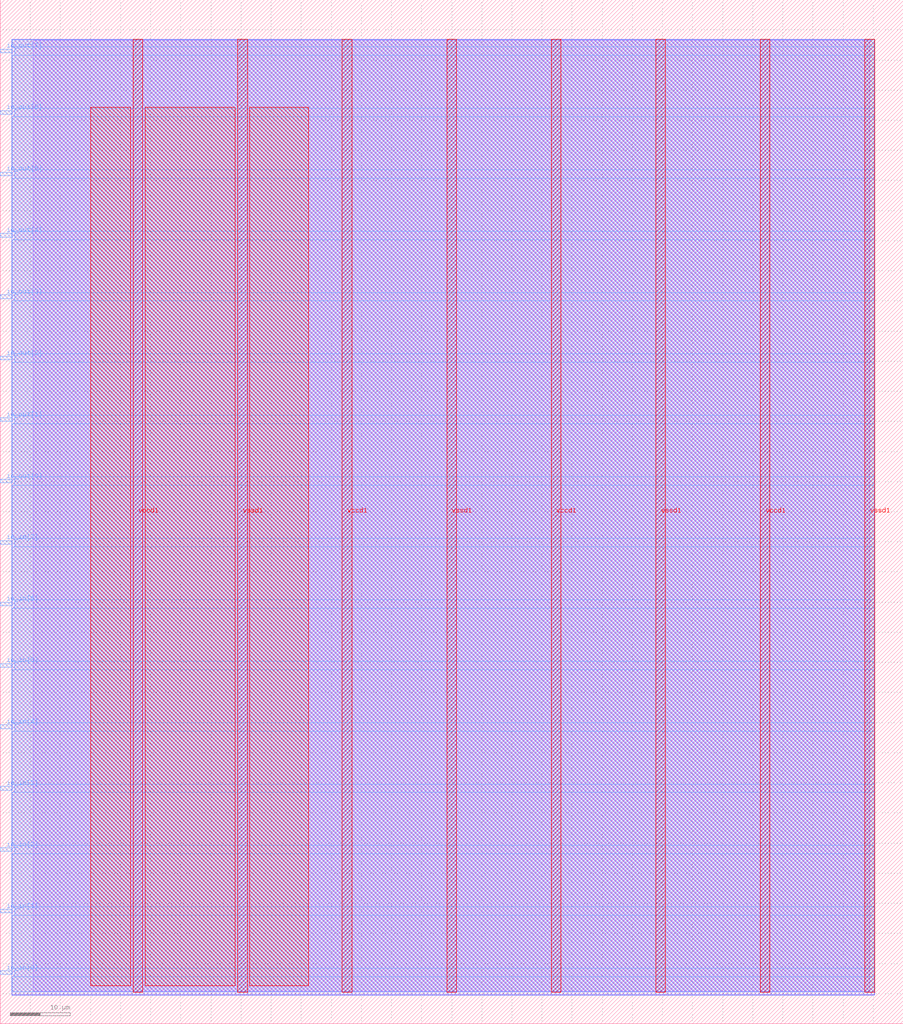
<source format=lef>
VERSION 5.7 ;
  NOWIREEXTENSIONATPIN ON ;
  DIVIDERCHAR "/" ;
  BUSBITCHARS "[]" ;
MACRO user_module_349228308755382868
  CLASS BLOCK ;
  FOREIGN user_module_349228308755382868 ;
  ORIGIN 0.000 0.000 ;
  SIZE 150.000 BY 170.000 ;
  PIN io_in[0]
    DIRECTION INPUT ;
    USE SIGNAL ;
    PORT
      LAYER met3 ;
        RECT 0.000 8.200 2.000 8.800 ;
    END
  END io_in[0]
  PIN io_in[1]
    DIRECTION INPUT ;
    USE SIGNAL ;
    PORT
      LAYER met3 ;
        RECT 0.000 18.400 2.000 19.000 ;
    END
  END io_in[1]
  PIN io_in[2]
    DIRECTION INPUT ;
    USE SIGNAL ;
    PORT
      LAYER met3 ;
        RECT 0.000 28.600 2.000 29.200 ;
    END
  END io_in[2]
  PIN io_in[3]
    DIRECTION INPUT ;
    USE SIGNAL ;
    PORT
      LAYER met3 ;
        RECT 0.000 38.800 2.000 39.400 ;
    END
  END io_in[3]
  PIN io_in[4]
    DIRECTION INPUT ;
    USE SIGNAL ;
    PORT
      LAYER met3 ;
        RECT 0.000 49.000 2.000 49.600 ;
    END
  END io_in[4]
  PIN io_in[5]
    DIRECTION INPUT ;
    USE SIGNAL ;
    PORT
      LAYER met3 ;
        RECT 0.000 59.200 2.000 59.800 ;
    END
  END io_in[5]
  PIN io_in[6]
    DIRECTION INPUT ;
    USE SIGNAL ;
    PORT
      LAYER met3 ;
        RECT 0.000 69.400 2.000 70.000 ;
    END
  END io_in[6]
  PIN io_in[7]
    DIRECTION INPUT ;
    USE SIGNAL ;
    PORT
      LAYER met3 ;
        RECT 0.000 79.600 2.000 80.200 ;
    END
  END io_in[7]
  PIN io_out[0]
    DIRECTION OUTPUT TRISTATE ;
    USE SIGNAL ;
    PORT
      LAYER met3 ;
        RECT 0.000 89.800 2.000 90.400 ;
    END
  END io_out[0]
  PIN io_out[1]
    DIRECTION OUTPUT TRISTATE ;
    USE SIGNAL ;
    PORT
      LAYER met3 ;
        RECT 0.000 100.000 2.000 100.600 ;
    END
  END io_out[1]
  PIN io_out[2]
    DIRECTION OUTPUT TRISTATE ;
    USE SIGNAL ;
    PORT
      LAYER met3 ;
        RECT 0.000 110.200 2.000 110.800 ;
    END
  END io_out[2]
  PIN io_out[3]
    DIRECTION OUTPUT TRISTATE ;
    USE SIGNAL ;
    PORT
      LAYER met3 ;
        RECT 0.000 120.400 2.000 121.000 ;
    END
  END io_out[3]
  PIN io_out[4]
    DIRECTION OUTPUT TRISTATE ;
    USE SIGNAL ;
    PORT
      LAYER met3 ;
        RECT 0.000 130.600 2.000 131.200 ;
    END
  END io_out[4]
  PIN io_out[5]
    DIRECTION OUTPUT TRISTATE ;
    USE SIGNAL ;
    PORT
      LAYER met3 ;
        RECT 0.000 140.800 2.000 141.400 ;
    END
  END io_out[5]
  PIN io_out[6]
    DIRECTION OUTPUT TRISTATE ;
    USE SIGNAL ;
    PORT
      LAYER met3 ;
        RECT 0.000 151.000 2.000 151.600 ;
    END
  END io_out[6]
  PIN io_out[7]
    DIRECTION OUTPUT TRISTATE ;
    USE SIGNAL ;
    PORT
      LAYER met3 ;
        RECT 0.000 161.200 2.000 161.800 ;
    END
  END io_out[7]
  PIN vccd1
    DIRECTION INOUT ;
    USE POWER ;
    PORT
      LAYER met4 ;
        RECT 22.085 5.200 23.685 163.440 ;
    END
    PORT
      LAYER met4 ;
        RECT 56.815 5.200 58.415 163.440 ;
    END
    PORT
      LAYER met4 ;
        RECT 91.545 5.200 93.145 163.440 ;
    END
    PORT
      LAYER met4 ;
        RECT 126.275 5.200 127.875 163.440 ;
    END
  END vccd1
  PIN vssd1
    DIRECTION INOUT ;
    USE GROUND ;
    PORT
      LAYER met4 ;
        RECT 39.450 5.200 41.050 163.440 ;
    END
    PORT
      LAYER met4 ;
        RECT 74.180 5.200 75.780 163.440 ;
    END
    PORT
      LAYER met4 ;
        RECT 108.910 5.200 110.510 163.440 ;
    END
    PORT
      LAYER met4 ;
        RECT 143.640 5.200 145.240 163.440 ;
    END
  END vssd1
  OBS
      LAYER li1 ;
        RECT 5.520 5.355 144.440 163.285 ;
      LAYER met1 ;
        RECT 1.910 4.800 145.240 163.440 ;
      LAYER met2 ;
        RECT 1.940 4.770 145.210 163.385 ;
      LAYER met3 ;
        RECT 2.000 162.200 145.230 163.365 ;
        RECT 2.400 160.800 145.230 162.200 ;
        RECT 2.000 152.000 145.230 160.800 ;
        RECT 2.400 150.600 145.230 152.000 ;
        RECT 2.000 141.800 145.230 150.600 ;
        RECT 2.400 140.400 145.230 141.800 ;
        RECT 2.000 131.600 145.230 140.400 ;
        RECT 2.400 130.200 145.230 131.600 ;
        RECT 2.000 121.400 145.230 130.200 ;
        RECT 2.400 120.000 145.230 121.400 ;
        RECT 2.000 111.200 145.230 120.000 ;
        RECT 2.400 109.800 145.230 111.200 ;
        RECT 2.000 101.000 145.230 109.800 ;
        RECT 2.400 99.600 145.230 101.000 ;
        RECT 2.000 90.800 145.230 99.600 ;
        RECT 2.400 89.400 145.230 90.800 ;
        RECT 2.000 80.600 145.230 89.400 ;
        RECT 2.400 79.200 145.230 80.600 ;
        RECT 2.000 70.400 145.230 79.200 ;
        RECT 2.400 69.000 145.230 70.400 ;
        RECT 2.000 60.200 145.230 69.000 ;
        RECT 2.400 58.800 145.230 60.200 ;
        RECT 2.000 50.000 145.230 58.800 ;
        RECT 2.400 48.600 145.230 50.000 ;
        RECT 2.000 39.800 145.230 48.600 ;
        RECT 2.400 38.400 145.230 39.800 ;
        RECT 2.000 29.600 145.230 38.400 ;
        RECT 2.400 28.200 145.230 29.600 ;
        RECT 2.000 19.400 145.230 28.200 ;
        RECT 2.400 18.000 145.230 19.400 ;
        RECT 2.000 9.200 145.230 18.000 ;
        RECT 2.400 7.800 145.230 9.200 ;
        RECT 2.000 5.275 145.230 7.800 ;
      LAYER met4 ;
        RECT 15.015 6.295 21.685 152.145 ;
        RECT 24.085 6.295 39.050 152.145 ;
        RECT 41.450 6.295 51.225 152.145 ;
  END
END user_module_349228308755382868
END LIBRARY


</source>
